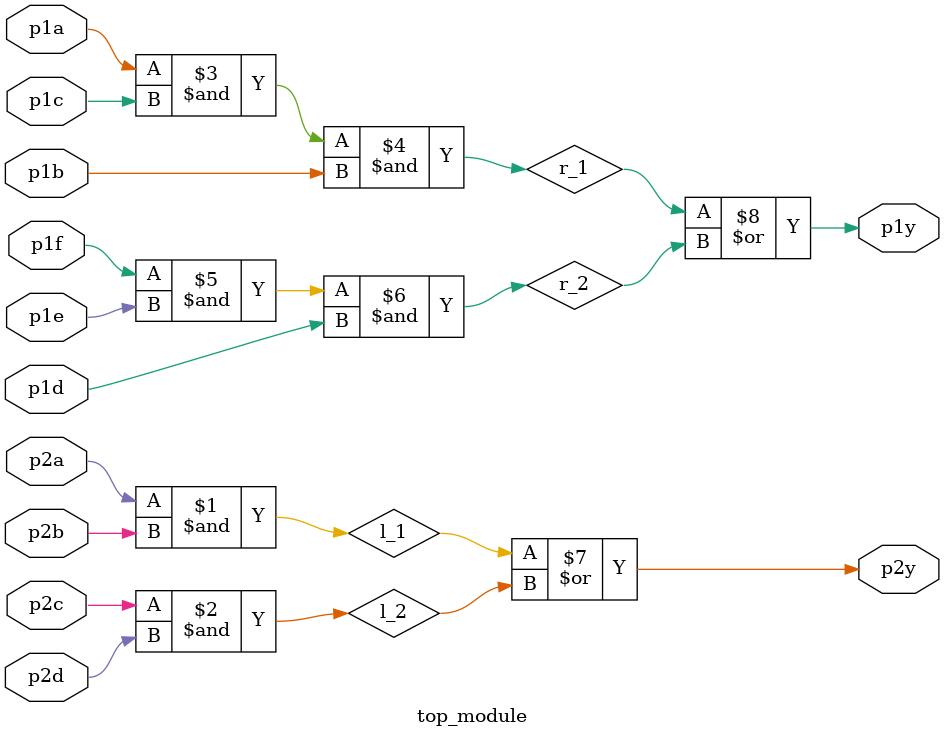
<source format=v>
module top_module(p1a,p2a,p2b,p2c,p2d,p1c,p1b,p1f,p1e,p1d,p2y,p1y);
	input p1a,p2a,p2b,p2c,p2d,p1c,p1b,p1f,p1e,p1d;
	output p2y,p1y;

	wire l_1,l_2;
	wire r_1,r_2;

	assign l_1 = p2a & p2b;
	assign l_2 = p2c & p2d;
	assign r_1 = p1a & p1c & p1b;
	assign r_2 = p1f & p1e & p1d;

	assign p2y = l_1 | l_2;
	assign p1y = r_1 | r_2;
endmodule
</source>
